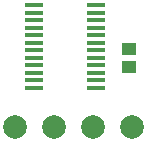
<source format=gbr>
G04 #@! TF.GenerationSoftware,KiCad,Pcbnew,(5.1.5-0-10_14)*
G04 #@! TF.CreationDate,2021-11-24T22:47:10+00:00*
G04 #@! TF.ProjectId,throwie,7468726f-7769-4652-9e6b-696361645f70,rev?*
G04 #@! TF.SameCoordinates,Original*
G04 #@! TF.FileFunction,Paste,Top*
G04 #@! TF.FilePolarity,Positive*
%FSLAX46Y46*%
G04 Gerber Fmt 4.6, Leading zero omitted, Abs format (unit mm)*
G04 Created by KiCad (PCBNEW (5.1.5-0-10_14)) date 2021-11-24 22:47:10*
%MOMM*%
%LPD*%
G04 APERTURE LIST*
%ADD10R,1.600000X0.400000*%
%ADD11C,2.000000*%
%ADD12R,1.300000X1.100000*%
G04 APERTURE END LIST*
D10*
X43976000Y-157734000D03*
X43976000Y-157099000D03*
X43976000Y-156464000D03*
X43976000Y-155829000D03*
X43976000Y-155194000D03*
X43976000Y-154559000D03*
X43976000Y-153924000D03*
X43976000Y-153289000D03*
X43976000Y-152654000D03*
X43976000Y-152019000D03*
X43976000Y-151384000D03*
X43976000Y-150734000D03*
X49276000Y-150749000D03*
X49276000Y-151384000D03*
X49276000Y-152019000D03*
X49276000Y-152654000D03*
X49276000Y-153289000D03*
X49276000Y-153924000D03*
X49276000Y-154559000D03*
X49276000Y-155194000D03*
X49276000Y-155829000D03*
X49276000Y-156464000D03*
X49276000Y-157099000D03*
X49276000Y-157734000D03*
D11*
X49022000Y-161036000D03*
X52324000Y-161036000D03*
X45720000Y-161036000D03*
X42418000Y-161036000D03*
D12*
X52070000Y-155956000D03*
X52070000Y-154456000D03*
M02*

</source>
